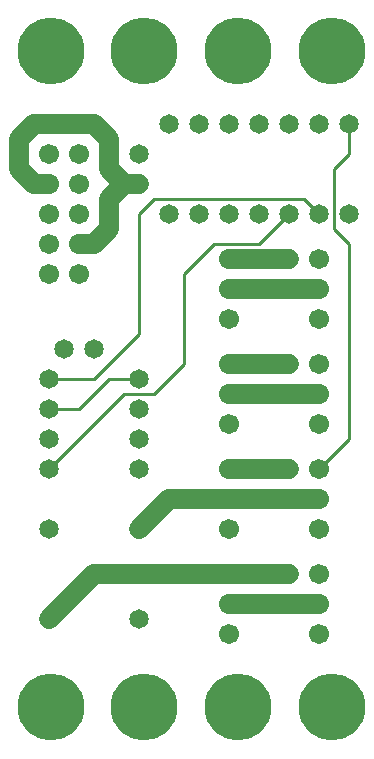
<source format=gbl>
%MOIN*%
%FSLAX25Y25*%
G04 D10 used for Character Trace; *
G04     Circle (OD=.01000) (No hole)*
G04 D11 used for Power Trace; *
G04     Circle (OD=.06500) (No hole)*
G04 D12 used for Signal Trace; *
G04     Circle (OD=.01100) (No hole)*
G04 D13 used for Via; *
G04     Circle (OD=.05800) (Round. Hole ID=.02800)*
G04 D14 used for Component hole; *
G04     Circle (OD=.06500) (Round. Hole ID=.03500)*
G04 D15 used for Component hole; *
G04     Circle (OD=.06700) (Round. Hole ID=.04300)*
G04 D16 used for Component hole; *
G04     Circle (OD=.08100) (Round. Hole ID=.05100)*
G04 D17 used for Component hole; *
G04     Circle (OD=.08900) (Round. Hole ID=.05900)*
G04 D18 used for Component hole; *
G04     Circle (OD=.11300) (Round. Hole ID=.08300)*
G04 D19 used for Component hole; *
G04     Circle (OD=.16000) (Round. Hole ID=.13000)*
G04 D20 used for Component hole; *
G04     Circle (OD=.18300) (Round. Hole ID=.15300)*
G04 D21 used for Component hole; *
G04     Circle (OD=.22291) (Round. Hole ID=.19291)*
%ADD10C,.01000*%
%ADD11C,.06500*%
%ADD12C,.01100*%
%ADD13C,.05800*%
%ADD14C,.06500*%
%ADD15C,.06700*%
%ADD16C,.08100*%
%ADD17C,.08900*%
%ADD18C,.11300*%
%ADD19C,.16000*%
%ADD20C,.18300*%
%ADD21C,.22291*%
%IPPOS*%
%LPD*%
G90*X0Y0D02*D21*X15625Y15625D03*D14*              
X45000Y45000D03*X15000D03*D11*X30000Y60000D01*    
X75000D01*D15*D03*D11*X95000D01*D13*D03*D15*      
X105000Y50000D03*D11*X75000D01*D15*D03*Y40000D03* 
Y75000D03*D14*X45000D03*D11*X55000Y85000D01*      
X75000D01*D15*D03*D11*X105000D01*D15*D03*D13*     
X95000Y95000D03*D11*X75000D01*D15*D03*Y110000D03* 
D12*X40000Y120000D02*X50000D01*X15000Y95000D02*   
X40000Y120000D01*D14*X15000Y95000D03*Y105000D03*  
D12*Y115000D02*X25000D01*D14*X15000D03*D12*       
X25000D02*X35000Y125000D01*X45000D01*D14*D03*D12* 
X50000Y120000D02*X60000Y130000D01*Y160000D01*     
X70000Y170000D01*X85000D01*X95000Y180000D01*D14*  
D03*D12*X105000D02*X100000Y185000D01*D14*         
X105000Y180000D03*D12*X115000Y170000D02*          
X110000Y175000D01*X115000Y105000D02*Y170000D01*   
X105000Y95000D02*X115000Y105000D01*D15*           
X105000Y95000D03*Y110000D03*Y75000D03*Y120000D03* 
D11*X75000D01*D15*D03*Y130000D03*D11*X95000D01*   
D13*D03*D15*X105000D03*Y145000D03*X75000D03*      
X105000Y155000D03*D11*X85000D01*D13*D03*D11*      
X75000D01*D15*D03*Y165000D03*D11*X95000D01*D13*   
D03*D15*X105000D03*D12*X110000Y175000D02*         
Y195000D01*X115000Y200000D01*Y210000D01*D14*D03*  
X105000D03*X95000D03*D12*X50000Y185000D02*        
X100000D01*X45000Y180000D02*X50000Y185000D01*     
X45000Y140000D02*Y180000D01*X30000Y125000D02*     
X45000Y140000D01*X15000Y125000D02*X30000D01*D14*  
X15000D03*X20000Y135000D03*X30000D03*             
X45000Y95000D03*Y105000D03*Y115000D03*D15*        
X25000Y160000D03*X15000D03*D11*X25000Y170000D02*  
X30000D01*D15*X25000D03*D11*X30000D02*            
X35000Y175000D01*Y185000D01*X40000Y190000D01*     
X45000D01*D14*D03*D11*X40000D02*X35000Y195000D01* 
Y205000D01*X30000Y210000D01*X10000D01*            
X5000Y205000D01*Y195000D01*X10000Y190000D01*      
X15000D01*D15*D03*X25000Y180000D03*Y200000D03*    
Y190000D03*X15000Y200000D03*Y180000D03*Y170000D03*
D14*X45000Y200000D03*X55000Y180000D03*Y210000D03* 
D21*X46875Y234375D03*X15625D03*D14*               
X65000Y180000D03*Y210000D03*X75000Y180000D03*     
Y210000D03*D21*X78125Y234375D03*D14*              
X85000Y180000D03*Y210000D03*D21*X109375Y234375D03*
D14*X115000Y180000D03*X15000Y75000D03*D15*        
X105000Y60000D03*Y40000D03*D21*X46875Y15625D03*   
X78125D03*X109375D03*M02*                         

</source>
